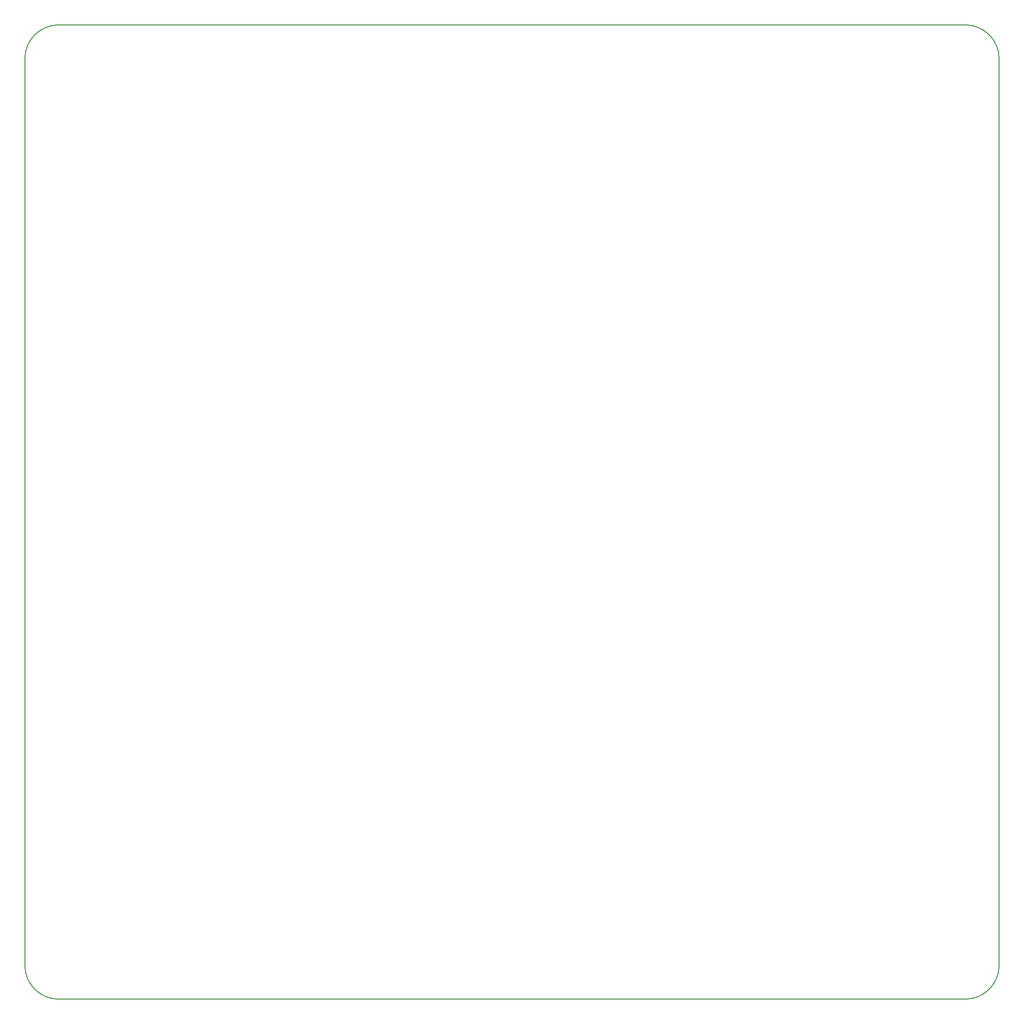
<source format=gbr>
G04 #@! TF.GenerationSoftware,KiCad,Pcbnew,(5.1.6)-1*
G04 #@! TF.CreationDate,2020-11-12T22:36:03-06:00*
G04 #@! TF.ProjectId,ddr-arrow-controller,6464722d-6172-4726-9f77-2d636f6e7472,rev?*
G04 #@! TF.SameCoordinates,Original*
G04 #@! TF.FileFunction,Profile,NP*
%FSLAX46Y46*%
G04 Gerber Fmt 4.6, Leading zero omitted, Abs format (unit mm)*
G04 Created by KiCad (PCBNEW (5.1.6)-1) date 2020-11-12 22:36:03*
%MOMM*%
%LPD*%
G01*
G04 APERTURE LIST*
G04 #@! TA.AperFunction,Profile*
%ADD10C,0.150000*%
G04 #@! TD*
G04 APERTURE END LIST*
D10*
X166000000Y0D02*
G75*
G02*
X172000000Y-6000000I0J-6000000D01*
G01*
X0Y-6000000D02*
G75*
G02*
X6000000Y0I6000000J0D01*
G01*
X6000000Y-172000000D02*
G75*
G02*
X0Y-166000000I0J6000000D01*
G01*
X172000000Y-166000000D02*
G75*
G02*
X166000000Y-172000000I-6000000J0D01*
G01*
X6000000Y-172000000D02*
X166000000Y-172000000D01*
X6000000Y0D02*
X166000000Y0D01*
X172000000Y-6000000D02*
X172000000Y-166000000D01*
X0Y-6000000D02*
X0Y-166000000D01*
M02*

</source>
